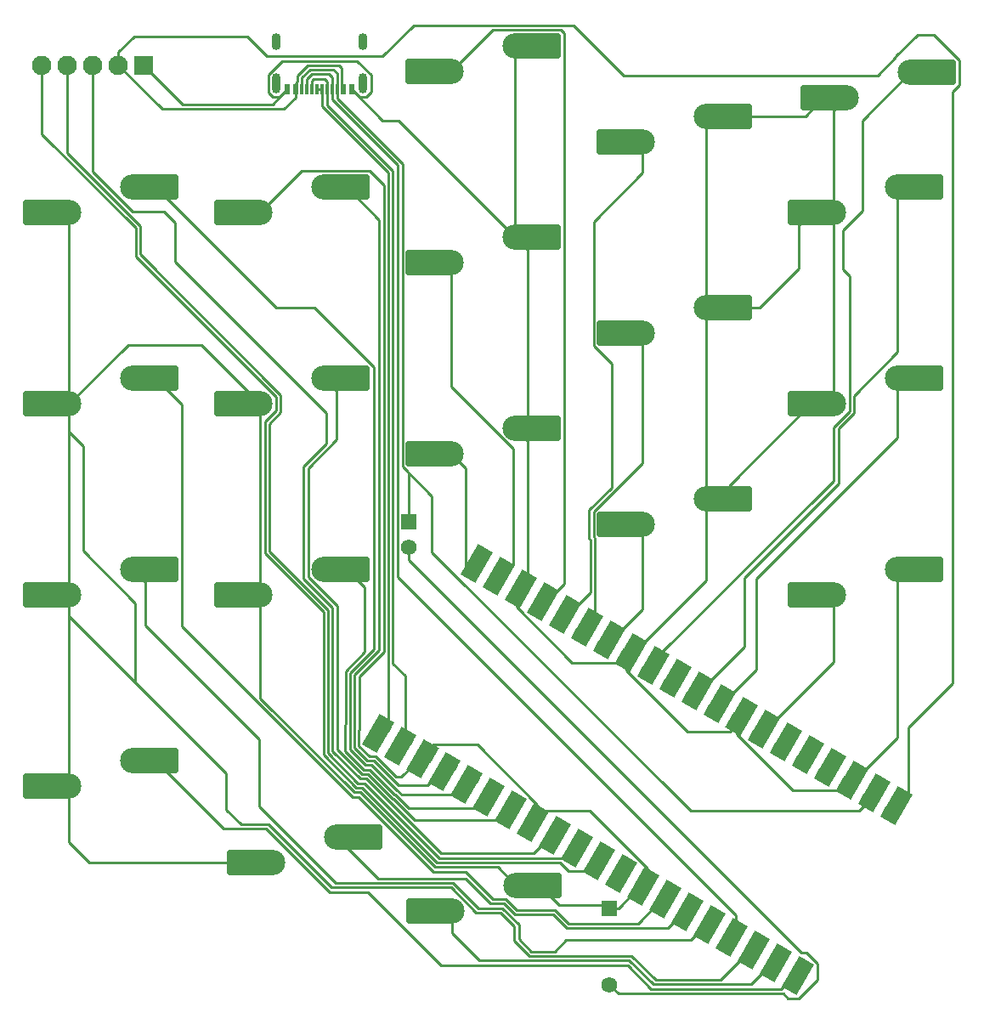
<source format=gbr>
%TF.GenerationSoftware,KiCad,Pcbnew,7.0.9-7.0.9~ubuntu22.04.1*%
%TF.CreationDate,2023-12-10T17:34:58+03:00*%
%TF.ProjectId,Keeb,4b656562-2e6b-4696-9361-645f70636258,rev?*%
%TF.SameCoordinates,Original*%
%TF.FileFunction,Copper,L2,Bot*%
%TF.FilePolarity,Positive*%
%FSLAX46Y46*%
G04 Gerber Fmt 4.6, Leading zero omitted, Abs format (unit mm)*
G04 Created by KiCad (PCBNEW 7.0.9-7.0.9~ubuntu22.04.1) date 2023-12-10 17:34:58*
%MOMM*%
%LPD*%
G01*
G04 APERTURE LIST*
G04 Aperture macros list*
%AMRoundRect*
0 Rectangle with rounded corners*
0 $1 Rounding radius*
0 $2 $3 $4 $5 $6 $7 $8 $9 X,Y pos of 4 corners*
0 Add a 4 corners polygon primitive as box body*
4,1,4,$2,$3,$4,$5,$6,$7,$8,$9,$2,$3,0*
0 Add four circle primitives for the rounded corners*
1,1,$1+$1,$2,$3*
1,1,$1+$1,$4,$5*
1,1,$1+$1,$6,$7*
1,1,$1+$1,$8,$9*
0 Add four rect primitives between the rounded corners*
20,1,$1+$1,$2,$3,$4,$5,0*
20,1,$1+$1,$4,$5,$6,$7,0*
20,1,$1+$1,$6,$7,$8,$9,0*
20,1,$1+$1,$8,$9,$2,$3,0*%
%AMHorizOval*
0 Thick line with rounded ends*
0 $1 width*
0 $2 $3 position (X,Y) of the first rounded end (center of the circle)*
0 $4 $5 position (X,Y) of the second rounded end (center of the circle)*
0 Add line between two ends*
20,1,$1,$2,$3,$4,$5,0*
0 Add two circle primitives to create the rounded ends*
1,1,$1,$2,$3*
1,1,$1,$4,$5*%
%AMRotRect*
0 Rectangle, with rotation*
0 The origin of the aperture is its center*
0 $1 length*
0 $2 width*
0 $3 Rotation angle, in degrees counterclockwise*
0 Add horizontal line*
21,1,$1,$2,0,0,$3*%
G04 Aperture macros list end*
%TA.AperFunction,SMDPad,CuDef*%
%ADD10RoundRect,0.250000X-2.025000X-1.000000X2.025000X-1.000000X2.025000X1.000000X-2.025000X1.000000X0*%
%TD*%
%TA.AperFunction,ComponentPad*%
%ADD11C,2.500000*%
%TD*%
%TA.AperFunction,SMDPad,CuDef*%
%ADD12RoundRect,0.250000X-2.027500X-1.000000X2.027500X-1.000000X2.027500X1.000000X-2.027500X1.000000X0*%
%TD*%
%TA.AperFunction,SMDPad,CuDef*%
%ADD13RoundRect,0.250000X2.025000X1.000000X-2.025000X1.000000X-2.025000X-1.000000X2.025000X-1.000000X0*%
%TD*%
%TA.AperFunction,SMDPad,CuDef*%
%ADD14RoundRect,0.250000X2.027500X1.000000X-2.027500X1.000000X-2.027500X-1.000000X2.027500X-1.000000X0*%
%TD*%
%TA.AperFunction,ComponentPad*%
%ADD15HorizOval,1.700000X0.000000X0.000000X0.000000X0.000000X0*%
%TD*%
%TA.AperFunction,SMDPad,CuDef*%
%ADD16RotRect,3.500000X1.700000X60.000000*%
%TD*%
%TA.AperFunction,ComponentPad*%
%ADD17RotRect,1.700000X1.700000X60.000000*%
%TD*%
%TA.AperFunction,ComponentPad*%
%ADD18R,1.580000X1.580000*%
%TD*%
%TA.AperFunction,ComponentPad*%
%ADD19C,1.580000*%
%TD*%
%TA.AperFunction,ComponentPad*%
%ADD20C,1.930400*%
%TD*%
%TA.AperFunction,ComponentPad*%
%ADD21R,1.930400X1.930400*%
%TD*%
%TA.AperFunction,ComponentPad*%
%ADD22R,1.575000X1.575000*%
%TD*%
%TA.AperFunction,ComponentPad*%
%ADD23C,1.575000*%
%TD*%
%TA.AperFunction,SMDPad,CuDef*%
%ADD24R,0.600000X1.140000*%
%TD*%
%TA.AperFunction,SMDPad,CuDef*%
%ADD25R,0.300000X1.140000*%
%TD*%
%TA.AperFunction,ComponentPad*%
%ADD26O,0.900000X2.000000*%
%TD*%
%TA.AperFunction,ComponentPad*%
%ADD27O,0.900000X1.700000*%
%TD*%
%TA.AperFunction,Conductor*%
%ADD28C,0.250000*%
%TD*%
G04 APERTURE END LIST*
D10*
%TO.P,SW3,1*%
%TO.N,GND*%
X182240000Y-53077944D03*
D11*
X184515000Y-53077944D03*
%TO.P,SW3,2*%
%TO.N,26*%
X190865000Y-50537944D03*
D12*
X193142500Y-50537944D03*
%TD*%
D10*
%TO.P,SW4,1*%
%TO.N,GND*%
X182240000Y-72127944D03*
D11*
X184515000Y-72127944D03*
%TO.P,SW4,2*%
%TO.N,27*%
X190865000Y-69587944D03*
D12*
X193142500Y-69587944D03*
%TD*%
D10*
%TO.P,SW5,1*%
%TO.N,28*%
X182240000Y-91177944D03*
D11*
X184515000Y-91177944D03*
%TO.P,SW5,2*%
%TO.N,GND*%
X190865000Y-88637944D03*
D12*
X193142500Y-88637944D03*
%TD*%
D10*
%TO.P,SW6,1*%
%TO.N,19*%
X163190000Y-46027944D03*
D11*
X165465000Y-46027944D03*
%TO.P,SW6,2*%
%TO.N,GND*%
X171815000Y-43487944D03*
D12*
X174092500Y-43487944D03*
%TD*%
D10*
%TO.P,SW7,1*%
%TO.N,20*%
X163190000Y-65077944D03*
D11*
X165465000Y-65077944D03*
%TO.P,SW7,2*%
%TO.N,GND*%
X171815000Y-62537944D03*
D12*
X174092500Y-62537944D03*
%TD*%
D10*
%TO.P,SW8,1*%
%TO.N,21*%
X163190000Y-84127944D03*
D11*
X165465000Y-84127944D03*
%TO.P,SW8,2*%
%TO.N,GND*%
X171815000Y-81587944D03*
D12*
X174092500Y-81587944D03*
%TD*%
D10*
%TO.P,SW9,1*%
%TO.N,18*%
X144140000Y-38977944D03*
D11*
X146415000Y-38977944D03*
%TO.P,SW9,2*%
%TO.N,GND*%
X152765000Y-36437944D03*
D12*
X155042500Y-36437944D03*
%TD*%
D10*
%TO.P,SW10,1*%
%TO.N,17*%
X144140000Y-58027944D03*
D11*
X146415000Y-58027944D03*
%TO.P,SW10,2*%
%TO.N,GND*%
X152765000Y-55487944D03*
D12*
X155042500Y-55487944D03*
%TD*%
D10*
%TO.P,SW11,1*%
%TO.N,16*%
X144140000Y-77077944D03*
D11*
X146415000Y-77077944D03*
%TO.P,SW11,2*%
%TO.N,GND*%
X152765000Y-74537944D03*
D12*
X155042500Y-74537944D03*
%TD*%
D10*
%TO.P,SW13,1*%
%TO.N,GND*%
X125090000Y-53077944D03*
D11*
X127365000Y-53077944D03*
%TO.P,SW13,2*%
%TO.N,13*%
X133715000Y-50537944D03*
D12*
X135992500Y-50537944D03*
%TD*%
D10*
%TO.P,SW14,1*%
%TO.N,GND*%
X125090000Y-72127944D03*
D11*
X127365000Y-72127944D03*
%TO.P,SW14,2*%
%TO.N,10*%
X133715000Y-69587944D03*
D12*
X135992500Y-69587944D03*
%TD*%
D10*
%TO.P,SW15,1*%
%TO.N,GND*%
X125090000Y-91177944D03*
D11*
X127365000Y-91177944D03*
%TO.P,SW15,2*%
%TO.N,11*%
X133715000Y-88637944D03*
D12*
X135992500Y-88637944D03*
%TD*%
D13*
%TO.P,SW16,1*%
%TO.N,4*%
X137260000Y-115307944D03*
D11*
X134985000Y-115307944D03*
%TO.P,SW16,2*%
%TO.N,GND*%
X128635000Y-117847944D03*
D14*
X126357500Y-117847944D03*
%TD*%
D10*
%TO.P,SW17,1*%
%TO.N,GND*%
X106040000Y-53077944D03*
D11*
X108315000Y-53077944D03*
%TO.P,SW17,2*%
%TO.N,12*%
X114665000Y-50537944D03*
D12*
X116942500Y-50537944D03*
%TD*%
D10*
%TO.P,SW18,1*%
%TO.N,GND*%
X106040000Y-72127944D03*
D11*
X108315000Y-72127944D03*
%TO.P,SW18,2*%
%TO.N,5*%
X114665000Y-69587944D03*
D12*
X116942500Y-69587944D03*
%TD*%
D10*
%TO.P,SW19,1*%
%TO.N,GND*%
X106040000Y-91177944D03*
D11*
X108315000Y-91177944D03*
%TO.P,SW19,2*%
%TO.N,3*%
X114665000Y-88637944D03*
D12*
X116942500Y-88637944D03*
%TD*%
D10*
%TO.P,SW20,1*%
%TO.N,GND*%
X106040000Y-110227944D03*
D11*
X108315000Y-110227944D03*
%TO.P,SW20,2*%
%TO.N,0*%
X114665000Y-107687944D03*
D12*
X116942500Y-107687944D03*
%TD*%
D13*
%TO.P,SW2,1*%
%TO.N,22*%
X194410000Y-39107944D03*
D11*
X192135000Y-39107944D03*
%TO.P,SW2,2*%
%TO.N,GND*%
X185785000Y-41647944D03*
D14*
X183507500Y-41647944D03*
%TD*%
D10*
%TO.P,SW1,1*%
%TO.N,1*%
X144215000Y-122632944D03*
D11*
X146490000Y-122632944D03*
%TO.P,SW1,2*%
%TO.N,GND*%
X152840000Y-120092944D03*
D12*
X155117500Y-120092944D03*
%TD*%
D15*
%TO.P,U1,1,GPIO0*%
%TO.N,0*%
X181374140Y-128298854D03*
D16*
X180924140Y-129078277D03*
D15*
%TO.P,U1,2,GPIO1*%
%TO.N,1*%
X179174435Y-127028854D03*
D16*
X178724435Y-127808277D03*
D17*
%TO.P,U1,3,GND*%
%TO.N,GND*%
X176974731Y-125758854D03*
D16*
X176524731Y-126538277D03*
D15*
%TO.P,U1,4,GPIO2*%
%TO.N,2*%
X174775026Y-124488854D03*
D16*
X174325026Y-125268277D03*
D15*
%TO.P,U1,5,GPIO3*%
%TO.N,3*%
X172575322Y-123218854D03*
D16*
X172125322Y-123998277D03*
D15*
%TO.P,U1,6,GPIO4*%
%TO.N,4*%
X170375617Y-121948854D03*
D16*
X169925617Y-122728277D03*
D15*
%TO.P,U1,7,GPIO5*%
%TO.N,5*%
X168175913Y-120678854D03*
D16*
X167725913Y-121458277D03*
D17*
%TO.P,U1,8,GND*%
%TO.N,GND*%
X165976208Y-119408854D03*
D16*
X165526208Y-120188277D03*
D15*
%TO.P,U1,9,GPIO6*%
%TO.N,6*%
X163776504Y-118138854D03*
D16*
X163326504Y-118918277D03*
D15*
%TO.P,U1,10,GPIO7*%
%TO.N,7*%
X161576799Y-116868854D03*
D16*
X161126799Y-117648277D03*
D15*
%TO.P,U1,11,GPIO8*%
%TO.N,8*%
X159377095Y-115598854D03*
D16*
X158927095Y-116378277D03*
D15*
%TO.P,U1,12,GPIO9*%
%TO.N,9*%
X157177390Y-114328854D03*
D16*
X156727390Y-115108277D03*
D17*
%TO.P,U1,13,GND*%
%TO.N,GND*%
X154977686Y-113058854D03*
D16*
X154527686Y-113838277D03*
D15*
%TO.P,U1,14,GPIO10*%
%TO.N,10*%
X152777981Y-111788854D03*
D16*
X152327981Y-112568277D03*
D15*
%TO.P,U1,15,GPIO11*%
%TO.N,11*%
X150578277Y-110518854D03*
D16*
X150128277Y-111298277D03*
D15*
%TO.P,U1,16,GPIO12*%
%TO.N,12*%
X148378572Y-109248854D03*
D16*
X147928572Y-110028277D03*
D15*
%TO.P,U1,17,GPIO13*%
%TO.N,13*%
X146178868Y-107978854D03*
D16*
X145728868Y-108758277D03*
D17*
%TO.P,U1,18,GND*%
%TO.N,GND*%
X143979163Y-106708854D03*
D16*
X143529163Y-107488277D03*
D15*
%TO.P,U1,19,GPIO14*%
%TO.N,14*%
X141779459Y-105438854D03*
D16*
X141329459Y-106218277D03*
D15*
%TO.P,U1,20,GPIO15*%
%TO.N,15*%
X139579754Y-104168854D03*
D16*
X139129754Y-104948277D03*
D15*
%TO.P,U1,21,GPIO16*%
%TO.N,16*%
X148469754Y-88770922D03*
D16*
X148919754Y-87991499D03*
D15*
%TO.P,U1,22,GPIO17*%
%TO.N,17*%
X150669459Y-90040922D03*
D16*
X151119459Y-89261499D03*
D17*
%TO.P,U1,23,GND*%
%TO.N,GND*%
X152869163Y-91310922D03*
D16*
X153319163Y-90531499D03*
D15*
%TO.P,U1,24,GPIO18*%
%TO.N,18*%
X155068868Y-92580922D03*
D16*
X155518868Y-91801499D03*
D15*
%TO.P,U1,25,GPIO19*%
%TO.N,19*%
X157268572Y-93850922D03*
D16*
X157718572Y-93071499D03*
D15*
%TO.P,U1,26,GPIO20*%
%TO.N,20*%
X159468277Y-95120922D03*
D16*
X159918277Y-94341499D03*
D15*
%TO.P,U1,27,GPIO21*%
%TO.N,21*%
X161667981Y-96390922D03*
D16*
X162117981Y-95611499D03*
D17*
%TO.P,U1,28,GND*%
%TO.N,GND*%
X163867686Y-97660922D03*
D16*
X164317686Y-96881499D03*
D15*
%TO.P,U1,29,GPIO22*%
%TO.N,22*%
X166067390Y-98930922D03*
D16*
X166517390Y-98151499D03*
D15*
%TO.P,U1,30,RUN*%
%TO.N,unconnected-(U1-RUN-Pad30)*%
X168267095Y-100200922D03*
D16*
X168717095Y-99421499D03*
D15*
%TO.P,U1,31,GPIO26_ADC0*%
%TO.N,26*%
X170466799Y-101470922D03*
D16*
X170916799Y-100691499D03*
D15*
%TO.P,U1,32,GPIO27_ADC1*%
%TO.N,27*%
X172666504Y-102740922D03*
D16*
X173116504Y-101961499D03*
D17*
%TO.P,U1,33,AGND*%
%TO.N,GND*%
X174866208Y-104010922D03*
D16*
X175316208Y-103231499D03*
D15*
%TO.P,U1,34,GPIO28_ADC2*%
%TO.N,28*%
X177065913Y-105280922D03*
D16*
X177515913Y-104501499D03*
D15*
%TO.P,U1,35,ADC_VREF*%
%TO.N,unconnected-(U1-ADC_VREF-Pad35)*%
X179265617Y-106550922D03*
D16*
X179715617Y-105771499D03*
D15*
%TO.P,U1,36,3V3*%
%TO.N,unconnected-(U1-3V3-Pad36)*%
X181465322Y-107820922D03*
D16*
X181915322Y-107041499D03*
D15*
%TO.P,U1,37,3V3_EN*%
%TO.N,unconnected-(U1-3V3_EN-Pad37)*%
X183665026Y-109090922D03*
D16*
X184115026Y-108311499D03*
D17*
%TO.P,U1,38,GND*%
%TO.N,GND*%
X185864731Y-110360922D03*
D16*
X186314731Y-109581499D03*
D15*
%TO.P,U1,39,VSYS*%
%TO.N,VSYS*%
X188064435Y-111630922D03*
D16*
X188514435Y-110851499D03*
D15*
%TO.P,U1,40,VBUS*%
%TO.N,3v3*%
X190264140Y-112900922D03*
D16*
X190714140Y-112121499D03*
%TD*%
D18*
%TO.P,S1,1A*%
%TO.N,GND*%
X162140000Y-122342944D03*
D19*
%TO.P,S1,1B*%
%TO.N,Net-(J2-Pad2)*%
X162140000Y-129962944D03*
%TD*%
D20*
%TO.P,U2,CLK,CLK*%
%TO.N,7*%
X105600000Y-38372944D03*
%TO.P,U2,DT,DT*%
%TO.N,8*%
X108140000Y-38372944D03*
D21*
%TO.P,U2,GND,GND*%
%TO.N,GND*%
X115760000Y-38372944D03*
D20*
%TO.P,U2,SW,SW*%
%TO.N,9*%
X110680000Y-38372944D03*
%TO.P,U2,VCC,VCC*%
%TO.N,3v3*%
X113220000Y-38372944D03*
%TD*%
D22*
%TO.P,J2,1,1*%
%TO.N,VSYS*%
X142145000Y-83862944D03*
D23*
%TO.P,J2,2,2*%
%TO.N,Net-(J2-Pad2)*%
X142145000Y-86362944D03*
%TD*%
D24*
%TO.P,J1,A1_B12,GND*%
%TO.N,GND*%
X130065000Y-40790000D03*
%TO.P,J1,A4_B9,VBUS*%
%TO.N,3v3*%
X130865000Y-40790000D03*
D25*
%TO.P,J1,A5,CC1*%
%TO.N,2*%
X132015000Y-40790000D03*
%TO.P,J1,A6,DP1*%
%TO.N,15*%
X133015000Y-40790000D03*
%TO.P,J1,A7,DN1*%
X133515000Y-40790000D03*
%TO.P,J1,A8,SBU1*%
%TO.N,2*%
X134515000Y-40790000D03*
D24*
%TO.P,J1,B1_A12,GND*%
%TO.N,GND*%
X136465000Y-40790000D03*
%TO.P,J1,B4_A9,VBUS*%
%TO.N,3v3*%
X135665000Y-40790000D03*
D25*
%TO.P,J1,B5,CC2*%
%TO.N,VSYS*%
X135015000Y-40790000D03*
%TO.P,J1,B6,DP2*%
%TO.N,14*%
X134015000Y-40790000D03*
%TO.P,J1,B7,DN2*%
X132515000Y-40790000D03*
%TO.P,J1,B8,SBU2*%
%TO.N,VSYS*%
X131515000Y-40790000D03*
D26*
%TO.P,J1,S1,SHIELD*%
%TO.N,Net-(J1-SHIELD-PadS1)*%
X128940000Y-40210000D03*
%TO.P,J1,S2,SHIELD*%
X137590000Y-40210000D03*
D27*
%TO.P,J1,S3,SHIELD*%
X128940000Y-36040000D03*
%TO.P,J1,S4,SHIELD*%
X137590000Y-36040000D03*
%TD*%
D28*
%TO.N,9*%
X133900000Y-72992944D02*
X118890000Y-57982944D01*
X137898897Y-109463821D02*
X137302032Y-109463821D01*
X137302032Y-109463821D02*
X134555000Y-106716789D01*
X134555000Y-92444340D02*
X131680000Y-89569340D01*
X118890000Y-57982944D02*
X118890000Y-54092944D01*
X117780000Y-52982944D02*
X114642792Y-52982944D01*
X110680000Y-49020152D02*
X110680000Y-38372944D01*
X114642792Y-52982944D02*
X110680000Y-49020152D01*
X118890000Y-54092944D02*
X117780000Y-52982944D01*
X145348020Y-116912944D02*
X137898897Y-109463821D01*
X131680000Y-78332944D02*
X133900000Y-76112944D01*
X134555000Y-106716789D02*
X134555000Y-92444340D01*
X131680000Y-89569340D02*
X131680000Y-78332944D01*
X154593300Y-116912944D02*
X145348020Y-116912944D01*
X157177390Y-114328854D02*
X154593300Y-116912944D01*
X133900000Y-76112944D02*
X133900000Y-72992944D01*
%TO.N,10*%
X152777981Y-111788854D02*
X151003014Y-113563821D01*
X138085293Y-109013821D02*
X137488428Y-109013821D01*
X134964999Y-75684341D02*
X134964999Y-70837943D01*
X140554416Y-111482944D02*
X138085293Y-109013821D01*
X132130000Y-89382944D02*
X132130000Y-78519340D01*
X135005000Y-106530393D02*
X135005000Y-92257944D01*
X151003014Y-113563821D02*
X142717273Y-113563821D01*
X137488428Y-109013821D02*
X135005000Y-106530393D01*
X140636396Y-111482944D02*
X140554416Y-111482944D01*
X132130000Y-78519340D02*
X134964999Y-75684341D01*
X135005000Y-92257944D02*
X132130000Y-89382944D01*
X142717273Y-113563821D02*
X140636396Y-111482944D01*
X134964999Y-70837943D02*
X133715000Y-69587944D01*
%TO.N,11*%
X142192792Y-112402944D02*
X148694187Y-112402944D01*
X138271689Y-108563821D02*
X140740812Y-111032944D01*
X135860000Y-104047557D02*
X135843632Y-104063925D01*
X135860000Y-98745736D02*
X135860000Y-104047557D01*
X137750000Y-90395444D02*
X137750000Y-96855736D01*
X140740812Y-111032944D02*
X140822792Y-111032944D01*
X135843632Y-106732629D02*
X137674824Y-108563821D01*
X137750000Y-96855736D02*
X135860000Y-98745736D01*
X140822792Y-111032944D02*
X142192792Y-112402944D01*
X135992500Y-88637944D02*
X137750000Y-90395444D01*
X135843632Y-104063925D02*
X135843632Y-106732629D01*
X148694187Y-112402944D02*
X150578277Y-110518854D01*
X137674824Y-108563821D02*
X138271689Y-108563821D01*
%TO.N,13*%
X136743632Y-104436717D02*
X136760000Y-104420349D01*
X146178868Y-107978854D02*
X144024778Y-110132944D01*
X136760000Y-99118528D02*
X139217500Y-96661028D01*
X141113604Y-110132944D02*
X138644481Y-107663821D01*
X136760000Y-104420349D02*
X136760000Y-99118528D01*
X138047616Y-107663821D02*
X136743632Y-106359837D01*
X136743632Y-106359837D02*
X136743632Y-104436717D01*
X139217500Y-96661028D02*
X139217500Y-53762944D01*
X139217500Y-53762944D02*
X135992500Y-50537944D01*
X138644481Y-107663821D02*
X138047616Y-107663821D01*
X144024778Y-110132944D02*
X141113604Y-110132944D01*
%TO.N,16*%
X147850000Y-78512944D02*
X146415000Y-77077944D01*
X147850000Y-88151168D02*
X147850000Y-78512944D01*
X148469754Y-88770922D02*
X147850000Y-88151168D01*
%TO.N,17*%
X152600000Y-88110381D02*
X152600000Y-76600331D01*
X146415000Y-70415331D02*
X146415000Y-58027944D01*
X152600000Y-76600331D02*
X146415000Y-70415331D01*
X150669459Y-90040922D02*
X152600000Y-88110381D01*
%TO.N,18*%
X157645000Y-90004790D02*
X155068868Y-92580922D01*
X157315100Y-34862944D02*
X157645000Y-35192844D01*
X150530000Y-34862944D02*
X157315100Y-34862944D01*
X157645000Y-35192844D02*
X157645000Y-90004790D01*
X146415000Y-38977944D02*
X150530000Y-34862944D01*
%TO.N,19*%
X160590000Y-66323044D02*
X160590000Y-53940711D01*
X162370000Y-80466448D02*
X162370000Y-68103044D01*
X160140000Y-85559440D02*
X160140000Y-82696448D01*
X160590000Y-53940711D02*
X165465000Y-49065711D01*
X157268572Y-93850922D02*
X160260000Y-90859494D01*
X160260000Y-90859494D02*
X160260000Y-85679440D01*
X160260000Y-85679440D02*
X160140000Y-85559440D01*
X160140000Y-82696448D02*
X162370000Y-80466448D01*
X165465000Y-49065711D02*
X165465000Y-46027944D01*
X162370000Y-68103044D02*
X160590000Y-66323044D01*
%TO.N,20*%
X160710000Y-85493044D02*
X160590000Y-85373044D01*
X165465000Y-78007844D02*
X165465000Y-65077944D01*
X160590000Y-85373044D02*
X160590000Y-82882844D01*
X160710000Y-93879199D02*
X160710000Y-85493044D01*
X159468277Y-95120922D02*
X160710000Y-93879199D01*
X160590000Y-82882844D02*
X165465000Y-78007844D01*
%TO.N,27*%
X176825000Y-89526701D02*
X190865000Y-75486701D01*
X190865000Y-75486701D02*
X190865000Y-69587944D01*
X176825000Y-98582426D02*
X176825000Y-89526701D01*
X172666504Y-102740922D02*
X176825000Y-98582426D01*
%TO.N,28*%
X184515000Y-91177944D02*
X184515000Y-97831835D01*
X184515000Y-97831835D02*
X177065913Y-105280922D01*
%TO.N,21*%
X165465000Y-92593903D02*
X161667981Y-96390922D01*
X165465000Y-84127944D02*
X165465000Y-92593903D01*
%TO.N,22*%
X185450000Y-54792944D02*
X185450000Y-58732944D01*
X186090000Y-59372944D02*
X186090000Y-72832944D01*
X166067390Y-98205554D02*
X166067390Y-98930922D01*
X192135000Y-39107944D02*
X187341243Y-43901701D01*
X187341243Y-52901701D02*
X185450000Y-54792944D01*
X185450000Y-58732944D02*
X186090000Y-59372944D01*
X184495000Y-79777944D02*
X166067390Y-98205554D01*
X187341243Y-43901701D02*
X187341243Y-52901701D01*
X184495000Y-74427944D02*
X184495000Y-79777944D01*
X186090000Y-72832944D02*
X184495000Y-74427944D01*
%TO.N,26*%
X190865000Y-66964161D02*
X186540000Y-71289161D01*
X186540000Y-71289161D02*
X186540000Y-73019340D01*
X175605000Y-96332721D02*
X170466799Y-101470922D01*
X184980000Y-80049340D02*
X175605000Y-89424340D01*
X190865000Y-50537944D02*
X190865000Y-66964161D01*
X175605000Y-89424340D02*
X175605000Y-96332721D01*
X186540000Y-73019340D02*
X184980000Y-74579340D01*
X184980000Y-74579340D02*
X184980000Y-80049340D01*
%TO.N,GND*%
X190865000Y-105360653D02*
X190865000Y-88637944D01*
X181667500Y-43487944D02*
X183507500Y-41647944D01*
X125455000Y-114017944D02*
X123970000Y-112532944D01*
X129320000Y-41535000D02*
X128618984Y-41535000D01*
X136958960Y-37932944D02*
X138390000Y-39363984D01*
X108315000Y-91177944D02*
X108315000Y-110227944D01*
X184515000Y-72127944D02*
X184515000Y-53077944D01*
X123970000Y-108921702D02*
X114875621Y-99827323D01*
X152765000Y-55487944D02*
X152765000Y-36437944D01*
X165976208Y-119408854D02*
X165976208Y-118406695D01*
X143979163Y-106708854D02*
X141405073Y-109282944D01*
X128165000Y-41081016D02*
X128165000Y-39338984D01*
X152675000Y-125589340D02*
X152675000Y-124189187D01*
X148882387Y-122797944D02*
X146387387Y-120302944D01*
X171815000Y-89713608D02*
X171815000Y-81587944D01*
X174866208Y-104010922D02*
X174866208Y-105013080D01*
X138234012Y-107213821D02*
X137193632Y-106173441D01*
X152869163Y-92313080D02*
X152869163Y-91310922D01*
X152765000Y-74537944D02*
X154014999Y-73287945D01*
X136742844Y-110813821D02*
X127365000Y-101435977D01*
X114875621Y-99827323D02*
X108315000Y-93266701D01*
X163867686Y-97660922D02*
X163867686Y-98663081D01*
X146387387Y-120302944D02*
X134440000Y-120302944D01*
X137193632Y-106173441D02*
X137193632Y-104623113D01*
X152675000Y-124189187D02*
X151283757Y-122797944D01*
X158433126Y-97877043D02*
X152869163Y-92313080D01*
X144799709Y-118273821D02*
X137339709Y-110813821D01*
X128572056Y-42282944D02*
X129320000Y-41535000D01*
X128618984Y-41535000D02*
X128165000Y-41081016D01*
X173226891Y-129506694D02*
X166753750Y-129506694D01*
X152840000Y-120092944D02*
X151020877Y-118273821D01*
X151283757Y-122797944D02*
X148882387Y-122797944D01*
X141405073Y-109282944D02*
X140900000Y-109282944D01*
X166753750Y-129506694D02*
X164360000Y-127112944D01*
X131510000Y-48932944D02*
X127365000Y-53077944D01*
X109690000Y-86772944D02*
X109690000Y-76302944D01*
X114190000Y-66252944D02*
X108315000Y-72127944D01*
X163867686Y-97660922D02*
X171815000Y-89713608D01*
X119670000Y-42282944D02*
X128572056Y-42282944D01*
X114875621Y-91958565D02*
X109690000Y-86772944D01*
X109690000Y-76302944D02*
X108315000Y-74927944D01*
X140900000Y-109282944D02*
X138830877Y-107213821D01*
X157180000Y-122052944D02*
X155220000Y-120092944D01*
X171815000Y-62537944D02*
X171815000Y-43487944D01*
X151020877Y-118273821D02*
X144799709Y-118273821D01*
X184515000Y-53077944D02*
X184515000Y-42917944D01*
X160222457Y-112652944D02*
X155383596Y-112652944D01*
X127365000Y-101435977D02*
X127365000Y-91177944D01*
X165976208Y-119408854D02*
X163042118Y-122342944D01*
X115760000Y-38372944D02*
X119670000Y-42282944D01*
X136465000Y-40790000D02*
X139567944Y-43892944D01*
X108315000Y-115805711D02*
X108315000Y-110227944D01*
X129320000Y-41535000D02*
X130065000Y-40790000D01*
X108315000Y-74927944D02*
X108315000Y-72127944D01*
X154014999Y-56737943D02*
X152765000Y-55487944D01*
X138830877Y-107213821D02*
X138234012Y-107213821D01*
X137210000Y-99304924D02*
X139667500Y-96847424D01*
X174092500Y-62537944D02*
X177148072Y-62537944D01*
X174144186Y-104732944D02*
X174866208Y-104010922D01*
X169937549Y-104732944D02*
X174144186Y-104732944D01*
X137897044Y-41548972D02*
X137223972Y-41548972D01*
X164360000Y-127112944D02*
X154198604Y-127112944D01*
X127365000Y-91177944D02*
X127365000Y-72127944D01*
X137210000Y-104606745D02*
X137210000Y-99304924D01*
X162140000Y-122342944D02*
X161850000Y-122052944D01*
X181040000Y-54277944D02*
X182240000Y-53077944D01*
X114875621Y-99827323D02*
X114875621Y-91958565D01*
X108315000Y-93266701D02*
X108315000Y-91177944D01*
X129571040Y-37932944D02*
X136958960Y-37932944D01*
X139667500Y-96847424D02*
X139667500Y-50350444D01*
X141170000Y-43892944D02*
X152765000Y-55487944D01*
X138250000Y-48932944D02*
X131510000Y-48932944D01*
X154198604Y-127112944D02*
X152675000Y-125589340D01*
X138390000Y-41056016D02*
X137897044Y-41548972D01*
X137223972Y-41548972D02*
X136465000Y-40790000D01*
X139667500Y-50350444D02*
X138250000Y-48932944D01*
X144605073Y-106082944D02*
X143979163Y-106708854D01*
X163867686Y-97660922D02*
X163651565Y-97877043D01*
X185648610Y-110577043D02*
X185864731Y-110360922D01*
X180430171Y-110577043D02*
X185648610Y-110577043D01*
X127365000Y-72127944D02*
X121490000Y-66252944D01*
X176974731Y-125758854D02*
X173226891Y-129506694D01*
X128155000Y-114017944D02*
X125455000Y-114017944D01*
X108315000Y-91177944D02*
X108315000Y-72127944D01*
X121490000Y-66252944D02*
X114190000Y-66252944D01*
X184515000Y-42917944D02*
X185785000Y-41647944D01*
X182240000Y-72127944D02*
X174092500Y-80275444D01*
X108315000Y-53077944D02*
X108315000Y-72127944D01*
X137193632Y-104623113D02*
X137210000Y-104606745D01*
X161850000Y-122052944D02*
X157180000Y-122052944D01*
X163042118Y-122342944D02*
X162140000Y-122342944D01*
X155220000Y-120092944D02*
X155117500Y-120092944D01*
X110357233Y-117847944D02*
X108315000Y-115805711D01*
X126357500Y-117847944D02*
X110357233Y-117847944D01*
X154014999Y-75787943D02*
X154014999Y-90165086D01*
X181040000Y-58646016D02*
X181040000Y-54277944D01*
X134440000Y-120302944D02*
X128155000Y-114017944D01*
X154977686Y-113058854D02*
X154977686Y-112056696D01*
X154014999Y-90165086D02*
X152869163Y-91310922D01*
X139567944Y-43892944D02*
X141170000Y-43892944D01*
X165976208Y-118406695D02*
X160222457Y-112652944D01*
X163867686Y-98663081D02*
X169937549Y-104732944D01*
X154977686Y-112056696D02*
X149003934Y-106082944D01*
X128165000Y-39338984D02*
X129571040Y-37932944D01*
X123970000Y-112532944D02*
X123970000Y-108921702D01*
X137339709Y-110813821D02*
X136742844Y-110813821D01*
X149003934Y-106082944D02*
X144605073Y-106082944D01*
X174866208Y-105013080D02*
X180430171Y-110577043D01*
X152765000Y-74537944D02*
X154014999Y-75787943D01*
X154014999Y-73287945D02*
X154014999Y-56737943D01*
X138390000Y-39363984D02*
X138390000Y-41056016D01*
X163651565Y-97877043D02*
X158433126Y-97877043D01*
X155383596Y-112652944D02*
X154977686Y-113058854D01*
X171815000Y-81587944D02*
X171815000Y-62537944D01*
X174092500Y-80275444D02*
X174092500Y-81587944D01*
X185864731Y-110360922D02*
X190865000Y-105360653D01*
X174092500Y-43487944D02*
X181667500Y-43487944D01*
X177148072Y-62537944D02*
X181040000Y-58646016D01*
%TO.N,3v3*%
X113220000Y-38372944D02*
X113220000Y-37032944D01*
X142637208Y-34402944D02*
X158580000Y-34402944D01*
X129742056Y-42732944D02*
X130865000Y-41610000D01*
X196340000Y-99912944D02*
X191930000Y-104322944D01*
X114770000Y-35482944D02*
X126041928Y-35482944D01*
X113220000Y-37032944D02*
X114770000Y-35482944D01*
X113220000Y-38372944D02*
X117580000Y-42732944D01*
X190700000Y-37551701D02*
X190700000Y-37505177D01*
X131050000Y-39439340D02*
X132106396Y-38382944D01*
X194465100Y-35317944D02*
X197010000Y-37862844D01*
X191930000Y-111235062D02*
X190264140Y-112900922D01*
X132106396Y-38382944D02*
X135205584Y-38382944D01*
X135480000Y-39999594D02*
X135490000Y-40009594D01*
X158580000Y-34402944D02*
X163570000Y-39392944D01*
X163570000Y-39392944D02*
X188858757Y-39392944D01*
X192887233Y-35317944D02*
X194465100Y-35317944D01*
X126041928Y-35482944D02*
X128041928Y-37482944D01*
X196340000Y-41023044D02*
X196340000Y-99912944D01*
X197010000Y-40353044D02*
X196340000Y-41023044D01*
X139557208Y-37482944D02*
X142637208Y-34402944D01*
X191930000Y-104322944D02*
X191930000Y-111235062D01*
X130865000Y-40790000D02*
X130865000Y-40184594D01*
X190700000Y-37505177D02*
X192887233Y-35317944D01*
X135480000Y-38657360D02*
X135480000Y-39999594D01*
X128041928Y-37482944D02*
X139557208Y-37482944D01*
X135490000Y-40009594D02*
X135490000Y-40615000D01*
X130865000Y-40184594D02*
X131050000Y-39999594D01*
X130865000Y-41610000D02*
X130865000Y-40790000D01*
X131050000Y-39999594D02*
X131050000Y-39439340D01*
X197010000Y-37862844D02*
X197010000Y-40353044D01*
X117580000Y-42732944D02*
X129742056Y-42732944D01*
X188858757Y-39392944D02*
X190700000Y-37551701D01*
X135490000Y-40615000D02*
X135665000Y-40790000D01*
X135205584Y-38382944D02*
X135480000Y-38657360D01*
%TO.N,0*%
X134253604Y-120752944D02*
X138060000Y-120752944D01*
X123722500Y-114467944D02*
X127968604Y-114467944D01*
X145360000Y-128052944D02*
X163970000Y-128052944D01*
X138060000Y-120752944D02*
X145360000Y-128052944D01*
X166323750Y-130406694D02*
X179266300Y-130406694D01*
X116942500Y-107687944D02*
X123722500Y-114467944D01*
X179266300Y-130406694D02*
X181374140Y-128298854D01*
X127968604Y-114467944D02*
X134253604Y-120752944D01*
X163970000Y-128052944D02*
X166323750Y-130406694D01*
%TO.N,1*%
X179174435Y-127028854D02*
X176246595Y-129956694D01*
X149200000Y-127562944D02*
X146490000Y-124852944D01*
X166510146Y-129956694D02*
X164116396Y-127562944D01*
X176246595Y-129956694D02*
X166510146Y-129956694D01*
X146490000Y-124852944D02*
X146490000Y-122632944D01*
X164116396Y-127562944D02*
X149200000Y-127562944D01*
%TO.N,3*%
X151470153Y-122347944D02*
X149068783Y-122347944D01*
X170237482Y-125556694D02*
X157786250Y-125556694D01*
X154385000Y-126662944D02*
X153125000Y-125402944D01*
X153125000Y-125402944D02*
X153125000Y-124002791D01*
X127220000Y-112182944D02*
X127220000Y-105500711D01*
X146573783Y-119852944D02*
X134890000Y-119852944D01*
X156680000Y-126662944D02*
X154385000Y-126662944D01*
X134890000Y-119852944D02*
X127220000Y-112182944D01*
X149068783Y-122347944D02*
X146573783Y-119852944D01*
X153125000Y-124002791D02*
X151470153Y-122347944D01*
X127220000Y-105500711D02*
X115914999Y-94195710D01*
X115914999Y-89887943D02*
X114665000Y-88637944D01*
X115914999Y-94195710D02*
X115914999Y-89887943D01*
X172575322Y-123218854D02*
X170237482Y-125556694D01*
X157786250Y-125556694D02*
X156680000Y-126662944D01*
%TO.N,4*%
X152761549Y-123002944D02*
X156590000Y-123002944D01*
X139080000Y-119402944D02*
X147800000Y-119402944D01*
X147800000Y-119402944D02*
X150295000Y-121897944D01*
X151656549Y-121897944D02*
X152761549Y-123002944D01*
X134985000Y-115307944D02*
X139080000Y-119402944D01*
X150295000Y-121897944D02*
X151656549Y-121897944D01*
X156590000Y-123002944D02*
X157910000Y-124322944D01*
X168001527Y-124322944D02*
X170375617Y-121948854D01*
X157910000Y-124322944D02*
X168001527Y-124322944D01*
%TO.N,7*%
X144986105Y-117823821D02*
X157211353Y-117823821D01*
X159801832Y-118643821D02*
X161576799Y-116868854D01*
X133655000Y-107089581D02*
X136929240Y-110363821D01*
X127815000Y-73905331D02*
X127815000Y-86999187D01*
X157211353Y-117823821D02*
X158031353Y-118643821D01*
X114940000Y-54552944D02*
X114940000Y-57414493D01*
X158031353Y-118643821D02*
X159801832Y-118643821D01*
X128940000Y-72780331D02*
X127815000Y-73905331D01*
X114940000Y-57414493D02*
X128940000Y-71414493D01*
X105600000Y-45212944D02*
X114940000Y-54552944D01*
X127815000Y-86999187D02*
X133655000Y-92839187D01*
X128940000Y-71414493D02*
X128940000Y-72780331D01*
X136929240Y-110363821D02*
X137526105Y-110363821D01*
X133655000Y-92839187D02*
X133655000Y-107089581D01*
X137526105Y-110363821D02*
X144986105Y-117823821D01*
X105600000Y-38372944D02*
X105600000Y-45212944D01*
%TO.N,8*%
X145172501Y-117373821D02*
X137712501Y-109913821D01*
X108140000Y-47116548D02*
X108140000Y-38372944D01*
X134105000Y-106903185D02*
X134105000Y-92652791D01*
X115390000Y-57228097D02*
X115390000Y-54366548D01*
X137712501Y-109913821D02*
X137115636Y-109913821D01*
X128265000Y-74091727D02*
X129390000Y-72966727D01*
X137115636Y-109913821D02*
X134105000Y-106903185D01*
X128265000Y-86812791D02*
X128265000Y-74091727D01*
X159377095Y-115598854D02*
X157602128Y-117373821D01*
X129390000Y-71228097D02*
X115390000Y-57228097D01*
X134105000Y-92652791D02*
X128265000Y-86812791D01*
X115390000Y-54366548D02*
X108140000Y-47116548D01*
X129390000Y-72966727D02*
X129390000Y-71228097D01*
X157602128Y-117373821D02*
X145172501Y-117373821D01*
%TO.N,2*%
X141017500Y-48298896D02*
X141017500Y-89340444D01*
X134515000Y-41796396D02*
X141017500Y-48298896D01*
X134231472Y-39282944D02*
X134515000Y-39566472D01*
X132015000Y-39747132D02*
X132479188Y-39282944D01*
X141017500Y-89340444D02*
X174775026Y-123097970D01*
X174775026Y-123097970D02*
X174775026Y-124488854D01*
X132015000Y-40790000D02*
X132015000Y-39747132D01*
X134515000Y-40790000D02*
X134515000Y-41796396D01*
X134515000Y-39566472D02*
X134515000Y-40790000D01*
X132479188Y-39282944D02*
X134231472Y-39282944D01*
%TO.N,15*%
X133515000Y-42500736D02*
X133515000Y-40790000D01*
X133015000Y-40790000D02*
X133415000Y-40790000D01*
X140117500Y-103631108D02*
X140117500Y-49103236D01*
X140117500Y-49103236D02*
X133515000Y-42500736D01*
X139579754Y-104168854D02*
X140117500Y-103631108D01*
X133415000Y-40790000D02*
X133515000Y-40790000D01*
%TO.N,14*%
X140567500Y-48916840D02*
X134015000Y-42364340D01*
X140567500Y-97970444D02*
X140567500Y-48916840D01*
X141779459Y-99182403D02*
X140567500Y-97970444D01*
X132515000Y-40790000D02*
X132515000Y-39883528D01*
X133777944Y-39732944D02*
X134015000Y-39970000D01*
X132665584Y-39732944D02*
X133777944Y-39732944D01*
X134015000Y-39970000D02*
X134015000Y-40790000D01*
X141779459Y-105438854D02*
X141779459Y-99182403D01*
X132515000Y-39883528D02*
X132665584Y-39732944D01*
X134015000Y-42364340D02*
X134015000Y-40790000D01*
%TO.N,12*%
X128940000Y-62535444D02*
X132787600Y-62535444D01*
X140927208Y-110582944D02*
X141009188Y-110582944D01*
X146603605Y-111023821D02*
X148378572Y-109248854D01*
X137861220Y-108113821D02*
X138458085Y-108113821D01*
X136310000Y-98932132D02*
X136310000Y-104233953D01*
X138458085Y-108113821D02*
X140927208Y-110582944D01*
X141009188Y-110582944D02*
X141450065Y-111023821D01*
X136310000Y-104233953D02*
X136293632Y-104250321D01*
X138677208Y-68425052D02*
X138677208Y-96564924D01*
X141450065Y-111023821D02*
X146603605Y-111023821D01*
X132787600Y-62535444D02*
X138677208Y-68425052D01*
X136293632Y-106546233D02*
X137861220Y-108113821D01*
X116942500Y-50537944D02*
X128940000Y-62535444D01*
X136293632Y-104250321D02*
X136293632Y-106546233D01*
X138677208Y-96564924D02*
X136310000Y-98932132D01*
%TO.N,VSYS*%
X135015000Y-40790000D02*
X135015000Y-41660000D01*
X131515000Y-40790000D02*
X131515000Y-39610736D01*
X132292792Y-38832944D02*
X134655076Y-38832944D01*
X131515000Y-39610736D02*
X132292792Y-38832944D01*
X187012413Y-112682944D02*
X188064435Y-111630922D01*
X134655076Y-38832944D02*
X135015000Y-39192868D01*
X141540000Y-48185000D02*
X141540000Y-78372944D01*
X141695000Y-78527944D02*
X144470000Y-81302944D01*
X144470000Y-86902944D02*
X170250000Y-112682944D01*
X135015000Y-41660000D02*
X141540000Y-48185000D01*
X142170000Y-83842944D02*
X142170000Y-79002944D01*
X142130000Y-83882944D02*
X142170000Y-83842944D01*
X144470000Y-81302944D02*
X144470000Y-86902944D01*
X135015000Y-39192868D02*
X135015000Y-40790000D01*
X170250000Y-112682944D02*
X187012413Y-112682944D01*
X142170000Y-79002944D02*
X141695000Y-78527944D01*
X141540000Y-78372944D02*
X141695000Y-78527944D01*
%TO.N,5*%
X158096396Y-123872944D02*
X156736396Y-122512944D01*
X168175913Y-120678854D02*
X164981823Y-123872944D01*
X164981823Y-123872944D02*
X158096396Y-123872944D01*
X147830877Y-118723821D02*
X144613313Y-118723821D01*
X151842945Y-121447944D02*
X150555000Y-121447944D01*
X136556448Y-111263821D02*
X119545000Y-94252373D01*
X150555000Y-121447944D02*
X147830877Y-118723821D01*
X119545000Y-94252373D02*
X119545000Y-72190444D01*
X137153313Y-111263821D02*
X136556448Y-111263821D01*
X144613313Y-118723821D02*
X137153313Y-111263821D01*
X156736396Y-122512944D02*
X152907945Y-122512944D01*
X152907945Y-122512944D02*
X151842945Y-121447944D01*
X119545000Y-72190444D02*
X116942500Y-69587944D01*
%TO.N,Net-(J2-Pad2)*%
X179939823Y-131343821D02*
X179452696Y-130856694D01*
X182860262Y-127853113D02*
X182860262Y-129480770D01*
X181819882Y-126812733D02*
X182860262Y-127853113D01*
X142130000Y-86382944D02*
X142130000Y-87652944D01*
X142130000Y-87652944D02*
X181289789Y-126812733D01*
X181289789Y-126812733D02*
X181819882Y-126812733D01*
X182860262Y-129480770D02*
X180997211Y-131343821D01*
X179452696Y-130856694D02*
X163033750Y-130856694D01*
X163033750Y-130856694D02*
X162140000Y-129962944D01*
X180997211Y-131343821D02*
X179939823Y-131343821D01*
%TD*%
M02*

</source>
